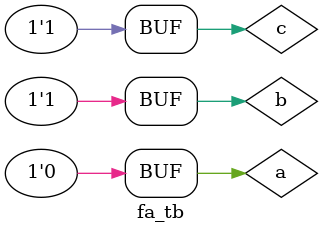
<source format=v>
module full_adder_dut (
    outt,carry,a,b,c
);
    //gate level
    input a,b,c ;
    // wire x,y,z;
    output outt,carry;

    // //gate level
    // xor(outt,a,b,c);
    
    // and(x,a,b);
    // and(y,b,c);
    // and(z,c,d);

    // or(carry,x,y,z);

    //dataflow
    assign outt = a^b^c;
    assign carry= a&b | b&a | c&a;
endmodule

module fa_tb ();
    

    reg a,b,c;
    // wire [1:0]w;
    wire outt,carry;

    initial begin
        // i=3'd6 ;#10;
        a=0;b=1;c=1;#10;
        a=0;b=1;c=1;#10;
    end
    full_adder_dut a1(outt,carry,a,b,c);
endmodule


</source>
